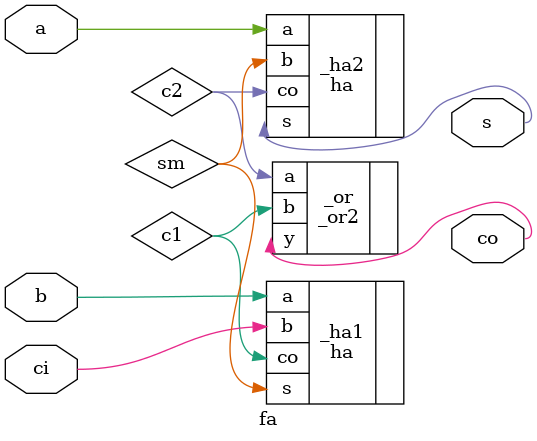
<source format=v>
/*Half Adder module*/
module fa(a,b,ci,s,co); 

	input a,b,ci; // input signal a,b,ci
	output s, co; // output signal s, co
	wire c1,c2,sm; // wire c1, c2, sm
	
	ha _ha1(.a(b), .b(ci), .s(sm), .co(c1)); //instance name _ha1, use half adder module ha
	ha _ha2(.a(a), .b(sm), .s(s), .co(c2)); // instance name _ha2, use half adder module ha
	_or2 _or(.a(c2), .b(c1), .y(co)); // instance name _or2, use _or2 module

endmodule

</source>
